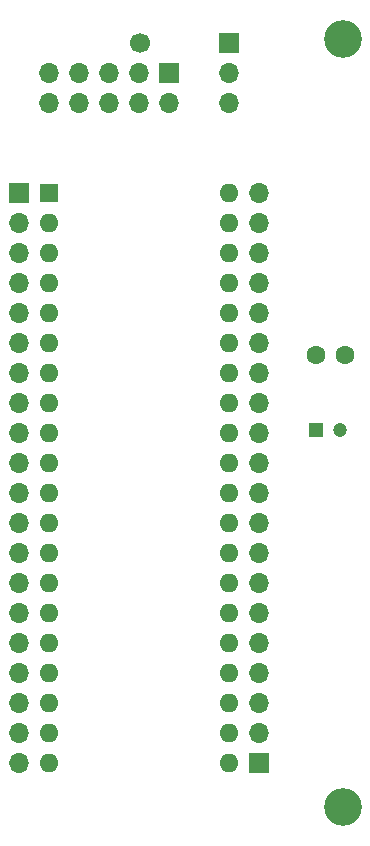
<source format=gbs>
G04 #@! TF.GenerationSoftware,KiCad,Pcbnew,(6.0.7)*
G04 #@! TF.CreationDate,2022-09-12T18:05:54-07:00*
G04 #@! TF.ProjectId,emu6802,656d7536-3830-4322-9e6b-696361645f70,rev?*
G04 #@! TF.SameCoordinates,Original*
G04 #@! TF.FileFunction,Soldermask,Bot*
G04 #@! TF.FilePolarity,Negative*
%FSLAX46Y46*%
G04 Gerber Fmt 4.6, Leading zero omitted, Abs format (unit mm)*
G04 Created by KiCad (PCBNEW (6.0.7)) date 2022-09-12 18:05:54*
%MOMM*%
%LPD*%
G01*
G04 APERTURE LIST*
%ADD10R,1.600000X1.600000*%
%ADD11O,1.600000X1.600000*%
%ADD12R,1.700000X1.700000*%
%ADD13O,1.700000X1.700000*%
%ADD14C,3.200000*%
%ADD15C,1.200000*%
%ADD16R,1.200000X1.200000*%
%ADD17C,1.600000*%
%ADD18C,1.700000*%
G04 APERTURE END LIST*
D10*
X57920000Y-68780000D03*
D11*
X57920000Y-71320000D03*
X57920000Y-73860000D03*
X57920000Y-76400000D03*
X57920000Y-78940000D03*
X57920000Y-81480000D03*
X57920000Y-84020000D03*
X57920000Y-86560000D03*
X57920000Y-89100000D03*
X57920000Y-91640000D03*
X57920000Y-94180000D03*
X57920000Y-96720000D03*
X57920000Y-99260000D03*
X57920000Y-101800000D03*
X57920000Y-104340000D03*
X57920000Y-106880000D03*
X57920000Y-109420000D03*
X57920000Y-111960000D03*
X57920000Y-114500000D03*
X57920000Y-117040000D03*
X73160000Y-117040000D03*
X73160000Y-114500000D03*
X73160000Y-111960000D03*
X73160000Y-109420000D03*
X73160000Y-106880000D03*
X73160000Y-104340000D03*
X73160000Y-101800000D03*
X73160000Y-99260000D03*
X73160000Y-96720000D03*
X73160000Y-94180000D03*
X73160000Y-91640000D03*
X73160000Y-89100000D03*
X73160000Y-86560000D03*
X73160000Y-84020000D03*
X73160000Y-81480000D03*
X73160000Y-78940000D03*
X73160000Y-76400000D03*
X73160000Y-73860000D03*
X73160000Y-71320000D03*
X73160000Y-68780000D03*
D12*
X55380000Y-68780000D03*
D13*
X55380000Y-71320000D03*
X55380000Y-73860000D03*
X55380000Y-76400000D03*
X55380000Y-78940000D03*
X55380000Y-81480000D03*
X55380000Y-84020000D03*
X55380000Y-86560000D03*
X55380000Y-89100000D03*
X55380000Y-91640000D03*
X55380000Y-94180000D03*
X55380000Y-96720000D03*
X55380000Y-99260000D03*
X55380000Y-101800000D03*
X55380000Y-104340000D03*
X55380000Y-106880000D03*
X55380000Y-109420000D03*
X55380000Y-111960000D03*
X55380000Y-114500000D03*
X55380000Y-117040000D03*
D12*
X75700000Y-117040000D03*
D13*
X75700000Y-114500000D03*
X75700000Y-111960000D03*
X75700000Y-109420000D03*
X75700000Y-106880000D03*
X75700000Y-104340000D03*
X75700000Y-101800000D03*
X75700000Y-99260000D03*
X75700000Y-96720000D03*
X75700000Y-94180000D03*
X75700000Y-91640000D03*
X75700000Y-89100000D03*
X75700000Y-86560000D03*
X75700000Y-84020000D03*
X75700000Y-81480000D03*
X75700000Y-78940000D03*
X75700000Y-76400000D03*
X75700000Y-73860000D03*
X75700000Y-71320000D03*
X75700000Y-68780000D03*
D14*
X82800000Y-120800000D03*
X82800000Y-55800000D03*
D15*
X82561400Y-88900000D03*
D16*
X80561400Y-88900000D03*
D13*
X57972000Y-61194000D03*
X57972000Y-58654000D03*
X60512000Y-61194000D03*
X60512000Y-58654000D03*
X63052000Y-61194000D03*
X63052000Y-58654000D03*
X65592000Y-61194000D03*
X65592000Y-58654000D03*
X68132000Y-61194000D03*
D12*
X68132000Y-58654000D03*
D17*
X80518000Y-82550000D03*
X83018000Y-82550000D03*
D18*
X65597000Y-56114000D03*
D12*
X73152000Y-56154000D03*
D13*
X73152000Y-58694000D03*
X73152000Y-61234000D03*
M02*

</source>
